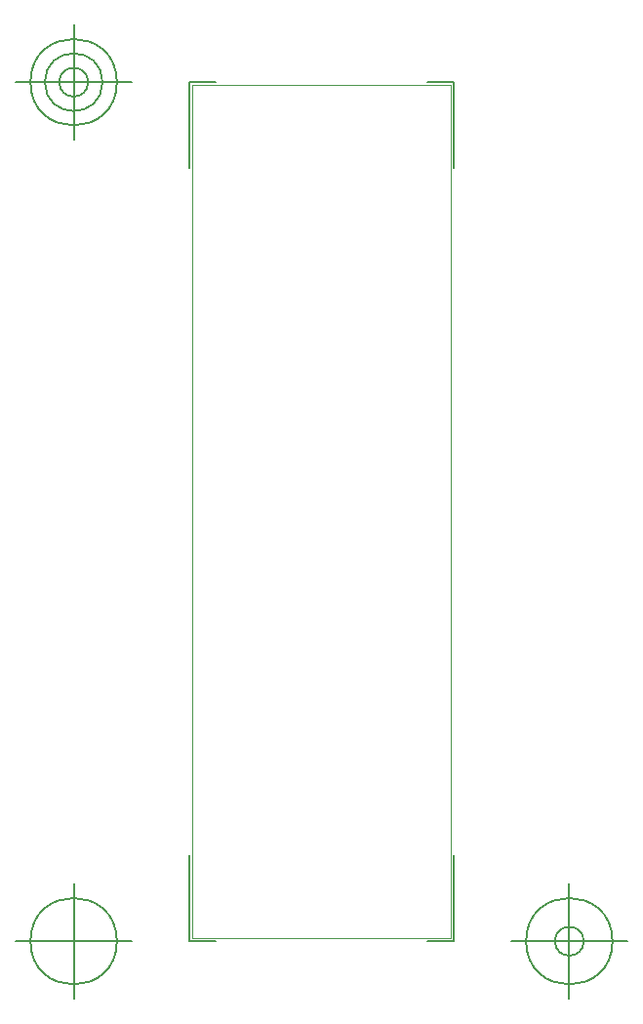
<source format=gbr>
G04 Generated by Ultiboard 14.2 *
%FSLAX34Y34*%
%MOMM*%

%ADD10C,0.0001*%
%ADD11C,0.0010*%
%ADD12C,0.1270*%


G04 ColorRGB 00FFFF for the following layer *
%LNBoard Outline*%
%LPD*%
G54D10*
G54D11*
X0Y0D02*
X225000Y0D01*
X225000Y740000D01*
X0Y740000D01*
X0Y0D01*
G54D12*
X-2540Y-2540D02*
X-2540Y71968D01*
X-2540Y-2540D02*
X20468Y-2540D01*
X227540Y-2540D02*
X204532Y-2540D01*
X227540Y-2540D02*
X227540Y71968D01*
X227540Y742540D02*
X227540Y668032D01*
X227540Y742540D02*
X204532Y742540D01*
X-2540Y742540D02*
X20468Y742540D01*
X-2540Y742540D02*
X-2540Y668032D01*
X-52540Y-2540D02*
X-152540Y-2540D01*
X-102540Y-52540D02*
X-102540Y47460D01*
X-140040Y-2540D02*
G75*
D01*
G02X-140040Y-2540I37500J0*
G01*
X277540Y-2540D02*
X377540Y-2540D01*
X327540Y-52540D02*
X327540Y47460D01*
X290040Y-2540D02*
G75*
D01*
G02X290040Y-2540I37500J0*
G01*
X315040Y-2540D02*
G75*
D01*
G02X315040Y-2540I12500J0*
G01*
X-52540Y742540D02*
X-152540Y742540D01*
X-102540Y692540D02*
X-102540Y792540D01*
X-140040Y742540D02*
G75*
D01*
G02X-140040Y742540I37500J0*
G01*
X-127540Y742540D02*
G75*
D01*
G02X-127540Y742540I25000J0*
G01*
X-115040Y742540D02*
G75*
D01*
G02X-115040Y742540I12500J0*
G01*

M02*

</source>
